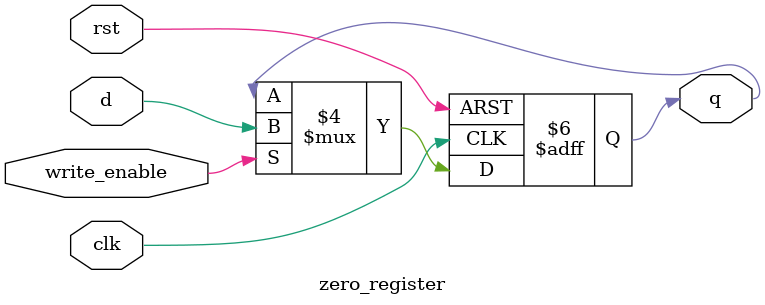
<source format=sv>
module zero_register
(
	input logic clk,	// clock signal
	input logic rst,	// reset signal
	input logic write_enable,	// write enable signal
	input logic d,	// input signal
	output logic q	// output signal
);

	// asynchronus register
	always_ff@(posedge clk, posedge rst)
	begin
		// if reset is 1 then set the output to 0
		if(rst == 1)
		begin
			q <= 0;
		end
		else if(write_enable == 1)	// else set the output to the input value
		begin
			q <= d; 
		end
	end

endmodule

</source>
